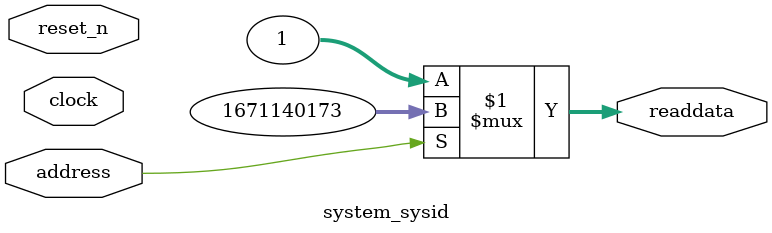
<source format=v>



// synthesis translate_off
`timescale 1ns / 1ps
// synthesis translate_on

// turn off superfluous verilog processor warnings 
// altera message_level Level1 
// altera message_off 10034 10035 10036 10037 10230 10240 10030 

module system_sysid (
               // inputs:
                address,
                clock,
                reset_n,

               // outputs:
                readdata
             )
;

  output  [ 31: 0] readdata;
  input            address;
  input            clock;
  input            reset_n;

  wire    [ 31: 0] readdata;
  //control_slave, which is an e_avalon_slave
  assign readdata = address ? 1671140173 : 1;

endmodule



</source>
